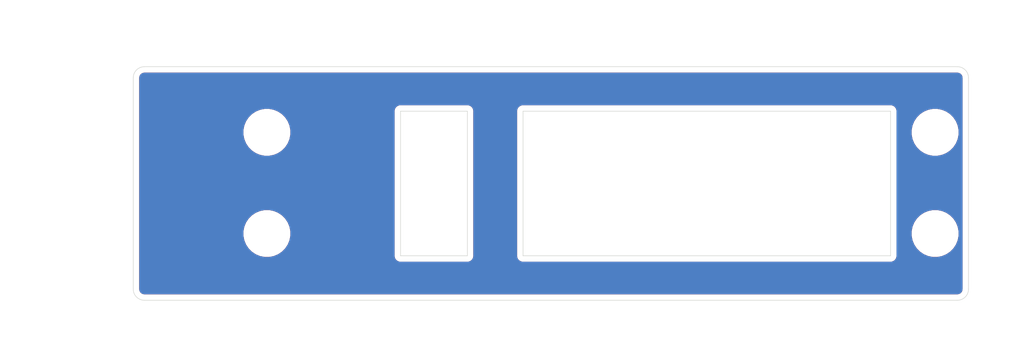
<source format=kicad_pcb>
(kicad_pcb (version 20171130) (host pcbnew "(5.1.2)-1")

  (general
    (thickness 1.6)
    (drawings 23)
    (tracks 0)
    (zones 0)
    (modules 4)
    (nets 1)
  )

  (page A4)
  (title_block
    (title "Environment Monitor")
    (date 2020-11-22)
    (rev v1.2)
    (company Crescent)
  )

  (layers
    (0 F.Cu signal)
    (31 B.Cu signal)
    (32 B.Adhes user)
    (33 F.Adhes user)
    (34 B.Paste user)
    (35 F.Paste user)
    (36 B.SilkS user)
    (37 F.SilkS user)
    (38 B.Mask user)
    (39 F.Mask user)
    (40 Dwgs.User user)
    (41 Cmts.User user)
    (42 Eco1.User user)
    (43 Eco2.User user)
    (44 Edge.Cuts user)
    (45 Margin user)
    (46 B.CrtYd user)
    (47 F.CrtYd user)
    (48 B.Fab user)
    (49 F.Fab user hide)
  )

  (setup
    (last_trace_width 0.25)
    (trace_clearance 0.18)
    (zone_clearance 0.508)
    (zone_45_only no)
    (trace_min 0.2)
    (via_size 0.8)
    (via_drill 0.4)
    (via_min_size 0.4)
    (via_min_drill 0.3)
    (uvia_size 0.3)
    (uvia_drill 0.1)
    (uvias_allowed no)
    (uvia_min_size 0.2)
    (uvia_min_drill 0.1)
    (edge_width 0.05)
    (segment_width 0.2)
    (pcb_text_width 0.3)
    (pcb_text_size 1.5 1.5)
    (mod_edge_width 0.12)
    (mod_text_size 1 1)
    (mod_text_width 0.15)
    (pad_size 1.524 1.524)
    (pad_drill 0.762)
    (pad_to_mask_clearance 0.051)
    (solder_mask_min_width 0.25)
    (aux_axis_origin 0 0)
    (visible_elements 7FFFFFFF)
    (pcbplotparams
      (layerselection 0x010fc_ffffffff)
      (usegerberextensions true)
      (usegerberattributes false)
      (usegerberadvancedattributes false)
      (creategerberjobfile false)
      (excludeedgelayer true)
      (linewidth 0.100000)
      (plotframeref false)
      (viasonmask false)
      (mode 1)
      (useauxorigin false)
      (hpglpennumber 1)
      (hpglpenspeed 20)
      (hpglpendiameter 15.000000)
      (psnegative false)
      (psa4output false)
      (plotreference true)
      (plotvalue true)
      (plotinvisibletext false)
      (padsonsilk false)
      (subtractmaskfromsilk true)
      (outputformat 1)
      (mirror false)
      (drillshape 0)
      (scaleselection 1)
      (outputdirectory "front/"))
  )

  (net 0 "")

  (net_class Default "これはデフォルトのネット クラスです。"
    (clearance 0.18)
    (trace_width 0.25)
    (via_dia 0.8)
    (via_drill 0.4)
    (uvia_dia 0.3)
    (uvia_drill 0.1)
  )

  (net_class POW ""
    (clearance 0.18)
    (trace_width 0.25)
    (via_dia 0.8)
    (via_drill 0.4)
    (uvia_dia 0.3)
    (uvia_drill 0.1)
  )

  (module MountingHole:MountingHole_3.2mm_M3 locked (layer F.Cu) (tedit 56D1B4CB) (tstamp 5F968A39)
    (at 207 91)
    (descr "Mounting Hole 3.2mm, no annular, M3")
    (tags "mounting hole 3.2mm no annular m3")
    (attr virtual)
    (fp_text reference REF4 (at 0.23 4.48) (layer F.SilkS) hide
      (effects (font (size 1 1) (thickness 0.15)))
    )
    (fp_text value MountingHole_3.2mm_M3 (at 0 4.2) (layer F.Fab)
      (effects (font (size 1 1) (thickness 0.15)))
    )
    (fp_circle (center 0 0) (end 3.45 0) (layer F.CrtYd) (width 0.05))
    (fp_circle (center 0 0) (end 3.2 0) (layer Cmts.User) (width 0.15))
    (fp_text user %R (at 0.3 0) (layer F.Fab)
      (effects (font (size 1 1) (thickness 0.15)))
    )
    (pad 1 np_thru_hole circle (at 0 0) (size 3.2 3.2) (drill 3.2) (layers *.Cu *.Mask))
  )

  (module MountingHole:MountingHole_3.2mm_M3 locked (layer F.Cu) (tedit 56D1B4CB) (tstamp 5F968A23)
    (at 207 81.9)
    (descr "Mounting Hole 3.2mm, no annular, M3")
    (tags "mounting hole 3.2mm no annular m3")
    (attr virtual)
    (fp_text reference REF3 (at 0 -4.2) (layer F.SilkS) hide
      (effects (font (size 1 1) (thickness 0.15)))
    )
    (fp_text value MountingHole_3.2mm_M3 (at 0 4.2) (layer F.Fab)
      (effects (font (size 1 1) (thickness 0.15)))
    )
    (fp_text user %R (at 0.3 0) (layer F.Fab)
      (effects (font (size 1 1) (thickness 0.15)))
    )
    (fp_circle (center 0 0) (end 3.2 0) (layer Cmts.User) (width 0.15))
    (fp_circle (center 0 0) (end 3.45 0) (layer F.CrtYd) (width 0.05))
    (pad 1 np_thru_hole circle (at 0 0) (size 3.2 3.2) (drill 3.2) (layers *.Cu *.Mask))
  )

  (module MountingHole:MountingHole_3.2mm_M3 locked (layer F.Cu) (tedit 56D1B4CB) (tstamp 5F73A165)
    (at 147 91)
    (descr "Mounting Hole 3.2mm, no annular, M3")
    (tags "mounting hole 3.2mm no annular m3")
    (attr virtual)
    (fp_text reference REF2 (at 0 -4.2) (layer F.SilkS) hide
      (effects (font (size 1 1) (thickness 0.15)))
    )
    (fp_text value MountingHole_3.2mm_M3 (at 0 4.2) (layer F.Fab)
      (effects (font (size 1 1) (thickness 0.15)))
    )
    (fp_text user %R (at 0.3 0) (layer F.Fab)
      (effects (font (size 1 1) (thickness 0.15)))
    )
    (fp_circle (center 0 0) (end 3.2 0) (layer Cmts.User) (width 0.15))
    (fp_circle (center 0 0) (end 3.45 0) (layer F.CrtYd) (width 0.05))
    (pad 1 np_thru_hole circle (at 0 0) (size 3.2 3.2) (drill 3.2) (layers *.Cu *.Mask))
  )

  (module MountingHole:MountingHole_3.2mm_M3 locked (layer F.Cu) (tedit 56D1B4CB) (tstamp 5F73A126)
    (at 147 81.9)
    (descr "Mounting Hole 3.2mm, no annular, M3")
    (tags "mounting hole 3.2mm no annular m3")
    (attr virtual)
    (fp_text reference REF1 (at 0 -4.2) (layer F.SilkS) hide
      (effects (font (size 1 1) (thickness 0.15)))
    )
    (fp_text value MountingHole_3.2mm_M3 (at 0 4.2) (layer F.Fab)
      (effects (font (size 1 1) (thickness 0.15)))
    )
    (fp_circle (center 0 0) (end 3.45 0) (layer F.CrtYd) (width 0.05))
    (fp_circle (center 0 0) (end 3.2 0) (layer Cmts.User) (width 0.15))
    (fp_text user %R (at 0.3 0) (layer F.Fab)
      (effects (font (size 1 1) (thickness 0.15)))
    )
    (pad 1 np_thru_hole circle (at 0 0) (size 3.2 3.2) (drill 3.2) (layers *.Cu *.Mask))
  )

  (gr_line (start 170 93) (end 203 93) (layer Edge.Cuts) (width 0.05) (tstamp 6039B3ED))
  (gr_line (start 170 80) (end 203 80) (layer Edge.Cuts) (width 0.05) (tstamp 6039B3E8))
  (gr_line (start 159 80) (end 165 80) (layer Edge.Cuts) (width 0.05) (tstamp 6039B3E3))
  (gr_line (start 165 93) (end 159 93) (layer Edge.Cuts) (width 0.05) (tstamp 6039B3E0))
  (gr_line (start 170 93) (end 170 80) (layer Edge.Cuts) (width 0.05))
  (gr_line (start 165 80) (end 165 93) (layer Edge.Cuts) (width 0.05))
  (gr_line (start 159 80) (end 159 93) (layer Edge.Cuts) (width 0.05))
  (gr_line (start 209 76) (end 136 76) (layer Edge.Cuts) (width 0.05))
  (gr_line (start 209 97) (end 136 97) (layer Edge.Cuts) (width 0.05))
  (gr_line (start 203 80) (end 203 93) (layer Edge.Cuts) (width 0.05))
  (dimension 60 (width 0.15) (layer Eco2.User)
    (gr_text "60.000 mm" (at 177 103.299999) (layer Eco2.User)
      (effects (font (size 1 1) (thickness 0.15)))
    )
    (feature1 (pts (xy 207 91) (xy 207 102.58642)))
    (feature2 (pts (xy 147 91) (xy 147 102.58642)))
    (crossbar (pts (xy 147 101.999999) (xy 207 101.999999)))
    (arrow1a (pts (xy 207 101.999999) (xy 205.873496 102.58642)))
    (arrow1b (pts (xy 207 101.999999) (xy 205.873496 101.413578)))
    (arrow2a (pts (xy 147 101.999999) (xy 148.126504 102.58642)))
    (arrow2b (pts (xy 147 101.999999) (xy 148.126504 101.413578)))
  )
  (dimension 72 (width 0.15) (layer Eco2.User)
    (gr_text "72.000 mm" (at 171 75.7) (layer Eco2.User)
      (effects (font (size 1 1) (thickness 0.15)))
    )
    (feature1 (pts (xy 207 79) (xy 207 76.413579)))
    (feature2 (pts (xy 135 79) (xy 135 76.413579)))
    (crossbar (pts (xy 135 77) (xy 207 77)))
    (arrow1a (pts (xy 207 77) (xy 205.873496 77.586421)))
    (arrow1b (pts (xy 207 77) (xy 205.873496 76.413579)))
    (arrow2a (pts (xy 135 77) (xy 136.126504 77.586421)))
    (arrow2b (pts (xy 135 77) (xy 136.126504 76.413579)))
  )
  (dimension 75 (width 0.15) (layer Eco2.User)
    (gr_text "75.000 mm" (at 172.5 70.7) (layer Eco2.User)
      (effects (font (size 1 1) (thickness 0.15)))
    )
    (feature1 (pts (xy 210 79) (xy 210 71.413579)))
    (feature2 (pts (xy 135 79) (xy 135 71.413579)))
    (crossbar (pts (xy 135 72) (xy 210 72)))
    (arrow1a (pts (xy 210 72) (xy 208.873496 72.586421)))
    (arrow1b (pts (xy 210 72) (xy 208.873496 71.413579)))
    (arrow2a (pts (xy 135 72) (xy 136.126504 72.586421)))
    (arrow2b (pts (xy 135 72) (xy 136.126504 71.413579)))
  )
  (dimension 12 (width 0.15) (layer Eco2.User)
    (gr_text "12.000 mm" (at 126.7 85 270) (layer Eco2.User)
      (effects (font (size 1 1) (thickness 0.15)))
    )
    (feature1 (pts (xy 147 91) (xy 127.413579 91)))
    (feature2 (pts (xy 147 79) (xy 127.413579 79)))
    (crossbar (pts (xy 128 79) (xy 128 91)))
    (arrow1a (pts (xy 128 91) (xy 127.413579 89.873496)))
    (arrow1b (pts (xy 128 91) (xy 128.586421 89.873496)))
    (arrow2a (pts (xy 128 79) (xy 127.413579 80.126504)))
    (arrow2b (pts (xy 128 79) (xy 128.586421 80.126504)))
  )
  (dimension 2.9 (width 0.15) (layer Eco2.User)
    (gr_text "2.900 mm" (at 132.7 80.45 270) (layer Eco2.User)
      (effects (font (size 1 1) (thickness 0.15)))
    )
    (feature1 (pts (xy 147 81.9) (xy 133.413579 81.9)))
    (feature2 (pts (xy 147 79) (xy 133.413579 79)))
    (crossbar (pts (xy 134 79) (xy 134 81.9)))
    (arrow1a (pts (xy 134 81.9) (xy 133.413579 80.773496)))
    (arrow1b (pts (xy 134 81.9) (xy 134.586421 80.773496)))
    (arrow2a (pts (xy 134 79) (xy 133.413579 80.126504)))
    (arrow2b (pts (xy 134 79) (xy 134.586421 80.126504)))
  )
  (dimension 12 (width 0.15) (layer Eco2.User)
    (gr_text "12.000 mm" (at 141 74.7) (layer Eco2.User)
      (effects (font (size 1 1) (thickness 0.15)))
    )
    (feature1 (pts (xy 147 80) (xy 147 75.413579)))
    (feature2 (pts (xy 135 80) (xy 135 75.413579)))
    (crossbar (pts (xy 135 76) (xy 147 76)))
    (arrow1a (pts (xy 147 76) (xy 145.873496 76.586421)))
    (arrow1b (pts (xy 147 76) (xy 145.873496 75.413579)))
    (arrow2a (pts (xy 135 76) (xy 136.126504 76.586421)))
    (arrow2b (pts (xy 135 76) (xy 136.126504 75.413579)))
  )
  (dimension 15 (width 0.15) (layer Eco2.User)
    (gr_text "15.000 mm" (at 130.7 86.5 270) (layer Eco2.User)
      (effects (font (size 1 1) (thickness 0.15)))
    )
    (feature1 (pts (xy 136 94) (xy 131.413579 94)))
    (feature2 (pts (xy 136 79) (xy 131.413579 79)))
    (crossbar (pts (xy 132 79) (xy 132 94)))
    (arrow1a (pts (xy 132 94) (xy 131.413579 92.873496)))
    (arrow1b (pts (xy 132 94) (xy 132.586421 92.873496)))
    (arrow2a (pts (xy 132 79) (xy 131.413579 80.126504)))
    (arrow2b (pts (xy 132 79) (xy 132.586421 80.126504)))
  )
  (gr_arc (start 209 77) (end 210 77) (angle -90) (layer Edge.Cuts) (width 0.05))
  (gr_arc (start 209 96) (end 209 97) (angle -90) (layer Edge.Cuts) (width 0.05))
  (gr_arc (start 136 96) (end 135 96) (angle -90) (layer Edge.Cuts) (width 0.05))
  (gr_arc (start 136 77) (end 136 76) (angle -90) (layer Edge.Cuts) (width 0.05))
  (gr_line (start 210 77) (end 210 96) (layer Edge.Cuts) (width 0.05) (tstamp 5F95EDF1))
  (gr_line (start 135 77) (end 135 96) (layer Edge.Cuts) (width 0.05) (tstamp 5F95EDF0))

  (zone (net 0) (net_name "") (layer F.Cu) (tstamp 0) (hatch edge 0.508)
    (connect_pads (clearance 0.508))
    (min_thickness 0.254)
    (fill yes (arc_segments 32) (thermal_gap 0.508) (thermal_bridge_width 0.508))
    (polygon
      (pts
        (xy 130 75) (xy 215 75) (xy 215 100) (xy 130 100)
      )
    )
    (filled_polygon
      (pts
        (xy 209.065424 76.66958) (xy 209.128356 76.68858) (xy 209.186405 76.719445) (xy 209.237343 76.760989) (xy 209.279248 76.811644)
        (xy 209.310515 76.869471) (xy 209.329956 76.932272) (xy 209.34 77.027835) (xy 209.340001 95.967711) (xy 209.33042 96.065424)
        (xy 209.31142 96.128357) (xy 209.280554 96.186406) (xy 209.239011 96.237343) (xy 209.188356 96.279248) (xy 209.130529 96.310515)
        (xy 209.067728 96.329956) (xy 208.972165 96.34) (xy 136.032279 96.34) (xy 135.934576 96.33042) (xy 135.871643 96.31142)
        (xy 135.813594 96.280554) (xy 135.762657 96.239011) (xy 135.720752 96.188356) (xy 135.689485 96.130529) (xy 135.670044 96.067728)
        (xy 135.66 95.972165) (xy 135.66 90.779872) (xy 144.765 90.779872) (xy 144.765 91.220128) (xy 144.85089 91.651925)
        (xy 145.019369 92.058669) (xy 145.263962 92.424729) (xy 145.575271 92.736038) (xy 145.941331 92.980631) (xy 146.348075 93.14911)
        (xy 146.779872 93.235) (xy 147.220128 93.235) (xy 147.651925 93.14911) (xy 148.058669 92.980631) (xy 148.424729 92.736038)
        (xy 148.736038 92.424729) (xy 148.980631 92.058669) (xy 149.14911 91.651925) (xy 149.235 91.220128) (xy 149.235 90.779872)
        (xy 149.14911 90.348075) (xy 148.980631 89.941331) (xy 148.736038 89.575271) (xy 148.424729 89.263962) (xy 148.058669 89.019369)
        (xy 147.651925 88.85089) (xy 147.220128 88.765) (xy 146.779872 88.765) (xy 146.348075 88.85089) (xy 145.941331 89.019369)
        (xy 145.575271 89.263962) (xy 145.263962 89.575271) (xy 145.019369 89.941331) (xy 144.85089 90.348075) (xy 144.765 90.779872)
        (xy 135.66 90.779872) (xy 135.66 81.679872) (xy 144.765 81.679872) (xy 144.765 82.120128) (xy 144.85089 82.551925)
        (xy 145.019369 82.958669) (xy 145.263962 83.324729) (xy 145.575271 83.636038) (xy 145.941331 83.880631) (xy 146.348075 84.04911)
        (xy 146.779872 84.135) (xy 147.220128 84.135) (xy 147.651925 84.04911) (xy 148.058669 83.880631) (xy 148.424729 83.636038)
        (xy 148.736038 83.324729) (xy 148.980631 82.958669) (xy 149.14911 82.551925) (xy 149.235 82.120128) (xy 149.235 81.679872)
        (xy 149.14911 81.248075) (xy 148.980631 80.841331) (xy 148.736038 80.475271) (xy 148.424729 80.163962) (xy 148.179343 80)
        (xy 158.336807 80) (xy 158.34 80.032419) (xy 158.340001 92.967571) (xy 158.336807 93) (xy 158.34955 93.129383)
        (xy 158.38729 93.253793) (xy 158.448575 93.36845) (xy 158.531052 93.468948) (xy 158.63155 93.551425) (xy 158.746207 93.61271)
        (xy 158.870617 93.65045) (xy 158.967581 93.66) (xy 159 93.663193) (xy 159.032419 93.66) (xy 164.967581 93.66)
        (xy 165 93.663193) (xy 165.032419 93.66) (xy 165.129383 93.65045) (xy 165.253793 93.61271) (xy 165.36845 93.551425)
        (xy 165.468948 93.468948) (xy 165.551425 93.36845) (xy 165.61271 93.253793) (xy 165.65045 93.129383) (xy 165.663193 93)
        (xy 165.66 92.967581) (xy 165.66 80.032419) (xy 165.663193 80) (xy 169.336807 80) (xy 169.340001 80.032429)
        (xy 169.34 92.967581) (xy 169.336807 93) (xy 169.34955 93.129383) (xy 169.38729 93.253793) (xy 169.448575 93.36845)
        (xy 169.531052 93.468948) (xy 169.63155 93.551425) (xy 169.746207 93.61271) (xy 169.870617 93.65045) (xy 170 93.663193)
        (xy 170.032419 93.66) (xy 202.967581 93.66) (xy 203 93.663193) (xy 203.032419 93.66) (xy 203.129383 93.65045)
        (xy 203.253793 93.61271) (xy 203.36845 93.551425) (xy 203.468948 93.468948) (xy 203.551425 93.36845) (xy 203.61271 93.253793)
        (xy 203.65045 93.129383) (xy 203.663193 93) (xy 203.66 92.967581) (xy 203.66 90.779872) (xy 204.765 90.779872)
        (xy 204.765 91.220128) (xy 204.85089 91.651925) (xy 205.019369 92.058669) (xy 205.263962 92.424729) (xy 205.575271 92.736038)
        (xy 205.941331 92.980631) (xy 206.348075 93.14911) (xy 206.779872 93.235) (xy 207.220128 93.235) (xy 207.651925 93.14911)
        (xy 208.058669 92.980631) (xy 208.424729 92.736038) (xy 208.736038 92.424729) (xy 208.980631 92.058669) (xy 209.14911 91.651925)
        (xy 209.235 91.220128) (xy 209.235 90.779872) (xy 209.14911 90.348075) (xy 208.980631 89.941331) (xy 208.736038 89.575271)
        (xy 208.424729 89.263962) (xy 208.058669 89.019369) (xy 207.651925 88.85089) (xy 207.220128 88.765) (xy 206.779872 88.765)
        (xy 206.348075 88.85089) (xy 205.941331 89.019369) (xy 205.575271 89.263962) (xy 205.263962 89.575271) (xy 205.019369 89.941331)
        (xy 204.85089 90.348075) (xy 204.765 90.779872) (xy 203.66 90.779872) (xy 203.66 81.679872) (xy 204.765 81.679872)
        (xy 204.765 82.120128) (xy 204.85089 82.551925) (xy 205.019369 82.958669) (xy 205.263962 83.324729) (xy 205.575271 83.636038)
        (xy 205.941331 83.880631) (xy 206.348075 84.04911) (xy 206.779872 84.135) (xy 207.220128 84.135) (xy 207.651925 84.04911)
        (xy 208.058669 83.880631) (xy 208.424729 83.636038) (xy 208.736038 83.324729) (xy 208.980631 82.958669) (xy 209.14911 82.551925)
        (xy 209.235 82.120128) (xy 209.235 81.679872) (xy 209.14911 81.248075) (xy 208.980631 80.841331) (xy 208.736038 80.475271)
        (xy 208.424729 80.163962) (xy 208.058669 79.919369) (xy 207.651925 79.75089) (xy 207.220128 79.665) (xy 206.779872 79.665)
        (xy 206.348075 79.75089) (xy 205.941331 79.919369) (xy 205.575271 80.163962) (xy 205.263962 80.475271) (xy 205.019369 80.841331)
        (xy 204.85089 81.248075) (xy 204.765 81.679872) (xy 203.66 81.679872) (xy 203.66 80.032419) (xy 203.663193 80)
        (xy 203.65045 79.870617) (xy 203.61271 79.746207) (xy 203.551425 79.63155) (xy 203.468948 79.531052) (xy 203.36845 79.448575)
        (xy 203.253793 79.38729) (xy 203.129383 79.34955) (xy 203.032419 79.34) (xy 203 79.336807) (xy 202.967581 79.34)
        (xy 170.032419 79.34) (xy 170 79.336807) (xy 169.967581 79.34) (xy 169.870617 79.34955) (xy 169.746207 79.38729)
        (xy 169.63155 79.448575) (xy 169.531052 79.531052) (xy 169.448575 79.63155) (xy 169.38729 79.746207) (xy 169.34955 79.870617)
        (xy 169.336807 80) (xy 165.663193 80) (xy 165.65045 79.870617) (xy 165.61271 79.746207) (xy 165.551425 79.63155)
        (xy 165.468948 79.531052) (xy 165.36845 79.448575) (xy 165.253793 79.38729) (xy 165.129383 79.34955) (xy 165.032419 79.34)
        (xy 165 79.336807) (xy 164.967581 79.34) (xy 159.032419 79.34) (xy 159 79.336807) (xy 158.967581 79.34)
        (xy 158.870617 79.34955) (xy 158.746207 79.38729) (xy 158.63155 79.448575) (xy 158.531052 79.531052) (xy 158.448575 79.63155)
        (xy 158.38729 79.746207) (xy 158.34955 79.870617) (xy 158.336807 80) (xy 148.179343 80) (xy 148.058669 79.919369)
        (xy 147.651925 79.75089) (xy 147.220128 79.665) (xy 146.779872 79.665) (xy 146.348075 79.75089) (xy 145.941331 79.919369)
        (xy 145.575271 80.163962) (xy 145.263962 80.475271) (xy 145.019369 80.841331) (xy 144.85089 81.248075) (xy 144.765 81.679872)
        (xy 135.66 81.679872) (xy 135.66 77.032279) (xy 135.66958 76.934576) (xy 135.68858 76.871644) (xy 135.719445 76.813595)
        (xy 135.760989 76.762657) (xy 135.811644 76.720752) (xy 135.869471 76.689485) (xy 135.932272 76.670044) (xy 136.027835 76.66)
        (xy 208.967721 76.66)
      )
    )
  )
  (zone (net 0) (net_name "") (layer B.Cu) (tstamp 0) (hatch edge 0.508)
    (connect_pads (clearance 0.508))
    (min_thickness 0.254)
    (fill yes (arc_segments 32) (thermal_gap 0.508) (thermal_bridge_width 0.508))
    (polygon
      (pts
        (xy 130 75) (xy 215 75) (xy 215 100) (xy 130 100)
      )
    )
    (filled_polygon
      (pts
        (xy 209.065424 76.66958) (xy 209.128356 76.68858) (xy 209.186405 76.719445) (xy 209.237343 76.760989) (xy 209.279248 76.811644)
        (xy 209.310515 76.869471) (xy 209.329956 76.932272) (xy 209.34 77.027835) (xy 209.340001 95.967711) (xy 209.33042 96.065424)
        (xy 209.31142 96.128357) (xy 209.280554 96.186406) (xy 209.239011 96.237343) (xy 209.188356 96.279248) (xy 209.130529 96.310515)
        (xy 209.067728 96.329956) (xy 208.972165 96.34) (xy 136.032279 96.34) (xy 135.934576 96.33042) (xy 135.871643 96.31142)
        (xy 135.813594 96.280554) (xy 135.762657 96.239011) (xy 135.720752 96.188356) (xy 135.689485 96.130529) (xy 135.670044 96.067728)
        (xy 135.66 95.972165) (xy 135.66 90.779872) (xy 144.765 90.779872) (xy 144.765 91.220128) (xy 144.85089 91.651925)
        (xy 145.019369 92.058669) (xy 145.263962 92.424729) (xy 145.575271 92.736038) (xy 145.941331 92.980631) (xy 146.348075 93.14911)
        (xy 146.779872 93.235) (xy 147.220128 93.235) (xy 147.651925 93.14911) (xy 148.058669 92.980631) (xy 148.424729 92.736038)
        (xy 148.736038 92.424729) (xy 148.980631 92.058669) (xy 149.14911 91.651925) (xy 149.235 91.220128) (xy 149.235 90.779872)
        (xy 149.14911 90.348075) (xy 148.980631 89.941331) (xy 148.736038 89.575271) (xy 148.424729 89.263962) (xy 148.058669 89.019369)
        (xy 147.651925 88.85089) (xy 147.220128 88.765) (xy 146.779872 88.765) (xy 146.348075 88.85089) (xy 145.941331 89.019369)
        (xy 145.575271 89.263962) (xy 145.263962 89.575271) (xy 145.019369 89.941331) (xy 144.85089 90.348075) (xy 144.765 90.779872)
        (xy 135.66 90.779872) (xy 135.66 81.679872) (xy 144.765 81.679872) (xy 144.765 82.120128) (xy 144.85089 82.551925)
        (xy 145.019369 82.958669) (xy 145.263962 83.324729) (xy 145.575271 83.636038) (xy 145.941331 83.880631) (xy 146.348075 84.04911)
        (xy 146.779872 84.135) (xy 147.220128 84.135) (xy 147.651925 84.04911) (xy 148.058669 83.880631) (xy 148.424729 83.636038)
        (xy 148.736038 83.324729) (xy 148.980631 82.958669) (xy 149.14911 82.551925) (xy 149.235 82.120128) (xy 149.235 81.679872)
        (xy 149.14911 81.248075) (xy 148.980631 80.841331) (xy 148.736038 80.475271) (xy 148.424729 80.163962) (xy 148.179343 80)
        (xy 158.336807 80) (xy 158.34 80.032419) (xy 158.340001 92.967571) (xy 158.336807 93) (xy 158.34955 93.129383)
        (xy 158.38729 93.253793) (xy 158.448575 93.36845) (xy 158.531052 93.468948) (xy 158.63155 93.551425) (xy 158.746207 93.61271)
        (xy 158.870617 93.65045) (xy 158.967581 93.66) (xy 159 93.663193) (xy 159.032419 93.66) (xy 164.967581 93.66)
        (xy 165 93.663193) (xy 165.032419 93.66) (xy 165.129383 93.65045) (xy 165.253793 93.61271) (xy 165.36845 93.551425)
        (xy 165.468948 93.468948) (xy 165.551425 93.36845) (xy 165.61271 93.253793) (xy 165.65045 93.129383) (xy 165.663193 93)
        (xy 165.66 92.967581) (xy 165.66 80.032419) (xy 165.663193 80) (xy 169.336807 80) (xy 169.340001 80.032429)
        (xy 169.34 92.967581) (xy 169.336807 93) (xy 169.34955 93.129383) (xy 169.38729 93.253793) (xy 169.448575 93.36845)
        (xy 169.531052 93.468948) (xy 169.63155 93.551425) (xy 169.746207 93.61271) (xy 169.870617 93.65045) (xy 170 93.663193)
        (xy 170.032419 93.66) (xy 202.967581 93.66) (xy 203 93.663193) (xy 203.032419 93.66) (xy 203.129383 93.65045)
        (xy 203.253793 93.61271) (xy 203.36845 93.551425) (xy 203.468948 93.468948) (xy 203.551425 93.36845) (xy 203.61271 93.253793)
        (xy 203.65045 93.129383) (xy 203.663193 93) (xy 203.66 92.967581) (xy 203.66 90.779872) (xy 204.765 90.779872)
        (xy 204.765 91.220128) (xy 204.85089 91.651925) (xy 205.019369 92.058669) (xy 205.263962 92.424729) (xy 205.575271 92.736038)
        (xy 205.941331 92.980631) (xy 206.348075 93.14911) (xy 206.779872 93.235) (xy 207.220128 93.235) (xy 207.651925 93.14911)
        (xy 208.058669 92.980631) (xy 208.424729 92.736038) (xy 208.736038 92.424729) (xy 208.980631 92.058669) (xy 209.14911 91.651925)
        (xy 209.235 91.220128) (xy 209.235 90.779872) (xy 209.14911 90.348075) (xy 208.980631 89.941331) (xy 208.736038 89.575271)
        (xy 208.424729 89.263962) (xy 208.058669 89.019369) (xy 207.651925 88.85089) (xy 207.220128 88.765) (xy 206.779872 88.765)
        (xy 206.348075 88.85089) (xy 205.941331 89.019369) (xy 205.575271 89.263962) (xy 205.263962 89.575271) (xy 205.019369 89.941331)
        (xy 204.85089 90.348075) (xy 204.765 90.779872) (xy 203.66 90.779872) (xy 203.66 81.679872) (xy 204.765 81.679872)
        (xy 204.765 82.120128) (xy 204.85089 82.551925) (xy 205.019369 82.958669) (xy 205.263962 83.324729) (xy 205.575271 83.636038)
        (xy 205.941331 83.880631) (xy 206.348075 84.04911) (xy 206.779872 84.135) (xy 207.220128 84.135) (xy 207.651925 84.04911)
        (xy 208.058669 83.880631) (xy 208.424729 83.636038) (xy 208.736038 83.324729) (xy 208.980631 82.958669) (xy 209.14911 82.551925)
        (xy 209.235 82.120128) (xy 209.235 81.679872) (xy 209.14911 81.248075) (xy 208.980631 80.841331) (xy 208.736038 80.475271)
        (xy 208.424729 80.163962) (xy 208.058669 79.919369) (xy 207.651925 79.75089) (xy 207.220128 79.665) (xy 206.779872 79.665)
        (xy 206.348075 79.75089) (xy 205.941331 79.919369) (xy 205.575271 80.163962) (xy 205.263962 80.475271) (xy 205.019369 80.841331)
        (xy 204.85089 81.248075) (xy 204.765 81.679872) (xy 203.66 81.679872) (xy 203.66 80.032419) (xy 203.663193 80)
        (xy 203.65045 79.870617) (xy 203.61271 79.746207) (xy 203.551425 79.63155) (xy 203.468948 79.531052) (xy 203.36845 79.448575)
        (xy 203.253793 79.38729) (xy 203.129383 79.34955) (xy 203.032419 79.34) (xy 203 79.336807) (xy 202.967581 79.34)
        (xy 170.032419 79.34) (xy 170 79.336807) (xy 169.967581 79.34) (xy 169.870617 79.34955) (xy 169.746207 79.38729)
        (xy 169.63155 79.448575) (xy 169.531052 79.531052) (xy 169.448575 79.63155) (xy 169.38729 79.746207) (xy 169.34955 79.870617)
        (xy 169.336807 80) (xy 165.663193 80) (xy 165.65045 79.870617) (xy 165.61271 79.746207) (xy 165.551425 79.63155)
        (xy 165.468948 79.531052) (xy 165.36845 79.448575) (xy 165.253793 79.38729) (xy 165.129383 79.34955) (xy 165.032419 79.34)
        (xy 165 79.336807) (xy 164.967581 79.34) (xy 159.032419 79.34) (xy 159 79.336807) (xy 158.967581 79.34)
        (xy 158.870617 79.34955) (xy 158.746207 79.38729) (xy 158.63155 79.448575) (xy 158.531052 79.531052) (xy 158.448575 79.63155)
        (xy 158.38729 79.746207) (xy 158.34955 79.870617) (xy 158.336807 80) (xy 148.179343 80) (xy 148.058669 79.919369)
        (xy 147.651925 79.75089) (xy 147.220128 79.665) (xy 146.779872 79.665) (xy 146.348075 79.75089) (xy 145.941331 79.919369)
        (xy 145.575271 80.163962) (xy 145.263962 80.475271) (xy 145.019369 80.841331) (xy 144.85089 81.248075) (xy 144.765 81.679872)
        (xy 135.66 81.679872) (xy 135.66 77.032279) (xy 135.66958 76.934576) (xy 135.68858 76.871644) (xy 135.719445 76.813595)
        (xy 135.760989 76.762657) (xy 135.811644 76.720752) (xy 135.869471 76.689485) (xy 135.932272 76.670044) (xy 136.027835 76.66)
        (xy 208.967721 76.66)
      )
    )
  )
)

</source>
